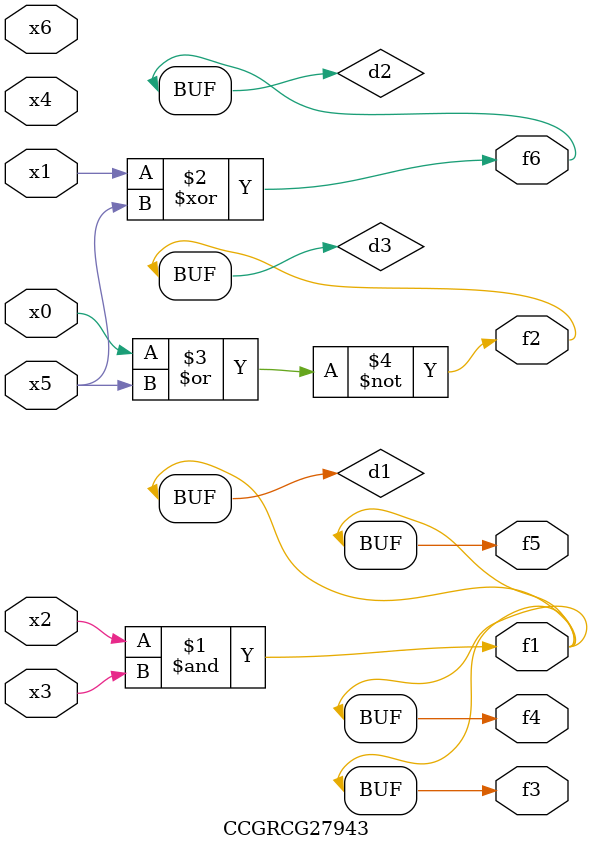
<source format=v>
module CCGRCG27943(
	input x0, x1, x2, x3, x4, x5, x6,
	output f1, f2, f3, f4, f5, f6
);

	wire d1, d2, d3;

	and (d1, x2, x3);
	xor (d2, x1, x5);
	nor (d3, x0, x5);
	assign f1 = d1;
	assign f2 = d3;
	assign f3 = d1;
	assign f4 = d1;
	assign f5 = d1;
	assign f6 = d2;
endmodule

</source>
